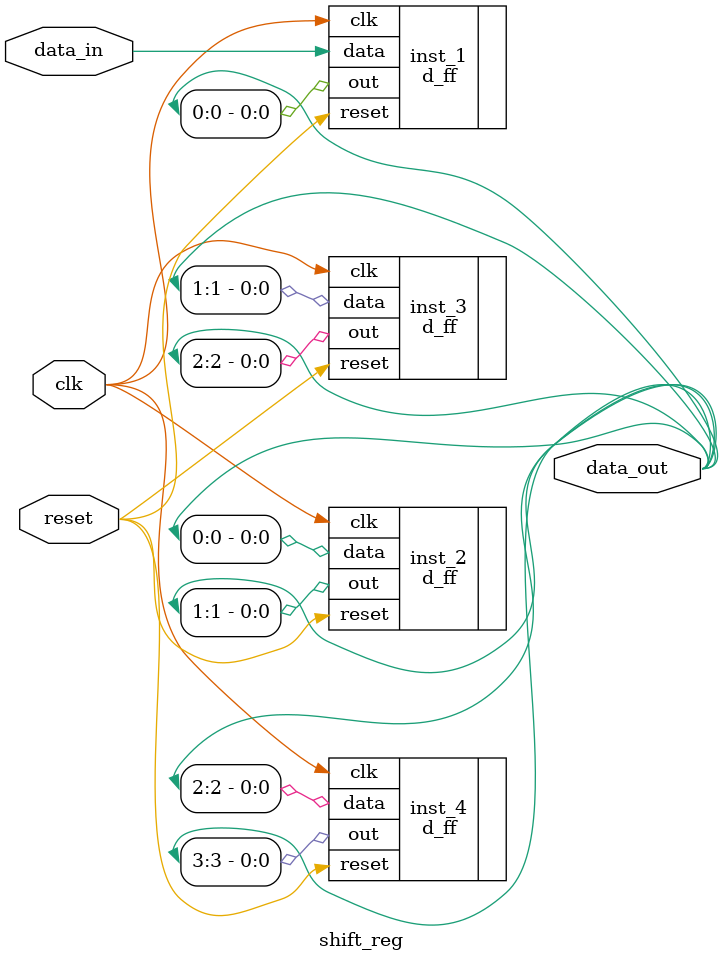
<source format=v>

module shift_reg(data_in,clk,reset,data_out);
input data_in,clk,reset;
output[3:0] data_out;


d_ff inst_1(.data(data_in),.clk(clk),.reset(reset),.out(data_out[0]));
d_ff inst_2(.data(data_out[0]),.clk(clk),.reset(reset),.out(data_out[1]));
d_ff inst_3(.data(data_out[1]),.clk(clk),.reset(reset),.out(data_out[2]));
d_ff inst_4(.data(data_out[2]),.clk(clk),.reset(reset),.out(data_out[3]));

endmodule
</source>
